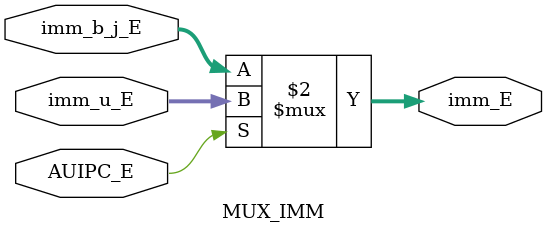
<source format=v>
`timescale 1ns / 1ps
module MUX_IMM(imm_b_j_E,imm_u_E,AUIPC_E,imm_E);
input [31:0]imm_b_j_E,imm_u_E;
input AUIPC_E;
output [31:0]imm_E;
assign imm_E=(AUIPC_E==1)?imm_u_E:imm_b_j_E;
endmodule
</source>
